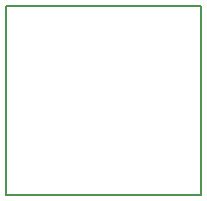
<source format=gbr>
G04 start of page 4 for group 2 idx 2 *
G04 Title: (unknown), outline *
G04 Creator: pcb 20110918 *
G04 CreationDate: Mon 25 Mar 2013 03:10:27 AM GMT UTC *
G04 For: railfan *
G04 Format: Gerber/RS-274X *
G04 PCB-Dimensions: 65000 63000 *
G04 PCB-Coordinate-Origin: lower left *
%MOIN*%
%FSLAX25Y25*%
%LNOUTLINE*%
%ADD27C,0.0080*%
G54D27*X0Y63000D02*Y0D01*
Y63000D02*X65000D01*
X0Y0D02*X65000D01*
Y63000D02*Y0D01*
M02*

</source>
